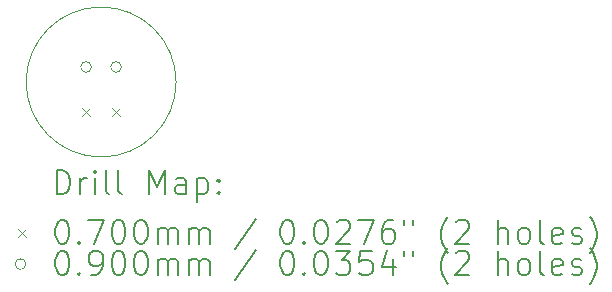
<source format=gbr>
%TF.GenerationSoftware,KiCad,Pcbnew,9.0.0*%
%TF.CreationDate,2025-03-07T15:22:27-06:00*%
%TF.ProjectId,robo-roach-v1.0,726f626f-2d72-46f6-9163-682d76312e30,rev?*%
%TF.SameCoordinates,Original*%
%TF.FileFunction,Drillmap*%
%TF.FilePolarity,Positive*%
%FSLAX45Y45*%
G04 Gerber Fmt 4.5, Leading zero omitted, Abs format (unit mm)*
G04 Created by KiCad (PCBNEW 9.0.0) date 2025-03-07 15:22:27*
%MOMM*%
%LPD*%
G01*
G04 APERTURE LIST*
%ADD10C,0.050000*%
%ADD11C,0.200000*%
%ADD12C,0.100000*%
G04 APERTURE END LIST*
D10*
X14287000Y-6858000D02*
G75*
G02*
X13017000Y-6858000I-635000J0D01*
G01*
X13017000Y-6858000D02*
G75*
G02*
X14287000Y-6858000I635000J0D01*
G01*
D11*
D12*
X13490000Y-7077000D02*
X13560000Y-7147000D01*
X13560000Y-7077000D02*
X13490000Y-7147000D01*
X13744000Y-7077000D02*
X13814000Y-7147000D01*
X13814000Y-7077000D02*
X13744000Y-7147000D01*
X13570000Y-6731000D02*
G75*
G02*
X13480000Y-6731000I-45000J0D01*
G01*
X13480000Y-6731000D02*
G75*
G02*
X13570000Y-6731000I45000J0D01*
G01*
X13824000Y-6731000D02*
G75*
G02*
X13734000Y-6731000I-45000J0D01*
G01*
X13734000Y-6731000D02*
G75*
G02*
X13824000Y-6731000I45000J0D01*
G01*
D11*
X13275277Y-7806984D02*
X13275277Y-7606984D01*
X13275277Y-7606984D02*
X13322896Y-7606984D01*
X13322896Y-7606984D02*
X13351467Y-7616508D01*
X13351467Y-7616508D02*
X13370515Y-7635555D01*
X13370515Y-7635555D02*
X13380039Y-7654603D01*
X13380039Y-7654603D02*
X13389562Y-7692698D01*
X13389562Y-7692698D02*
X13389562Y-7721269D01*
X13389562Y-7721269D02*
X13380039Y-7759365D01*
X13380039Y-7759365D02*
X13370515Y-7778412D01*
X13370515Y-7778412D02*
X13351467Y-7797460D01*
X13351467Y-7797460D02*
X13322896Y-7806984D01*
X13322896Y-7806984D02*
X13275277Y-7806984D01*
X13475277Y-7806984D02*
X13475277Y-7673650D01*
X13475277Y-7711746D02*
X13484801Y-7692698D01*
X13484801Y-7692698D02*
X13494324Y-7683174D01*
X13494324Y-7683174D02*
X13513372Y-7673650D01*
X13513372Y-7673650D02*
X13532420Y-7673650D01*
X13599086Y-7806984D02*
X13599086Y-7673650D01*
X13599086Y-7606984D02*
X13589562Y-7616508D01*
X13589562Y-7616508D02*
X13599086Y-7626031D01*
X13599086Y-7626031D02*
X13608610Y-7616508D01*
X13608610Y-7616508D02*
X13599086Y-7606984D01*
X13599086Y-7606984D02*
X13599086Y-7626031D01*
X13722896Y-7806984D02*
X13703848Y-7797460D01*
X13703848Y-7797460D02*
X13694324Y-7778412D01*
X13694324Y-7778412D02*
X13694324Y-7606984D01*
X13827658Y-7806984D02*
X13808610Y-7797460D01*
X13808610Y-7797460D02*
X13799086Y-7778412D01*
X13799086Y-7778412D02*
X13799086Y-7606984D01*
X14056229Y-7806984D02*
X14056229Y-7606984D01*
X14056229Y-7606984D02*
X14122896Y-7749841D01*
X14122896Y-7749841D02*
X14189562Y-7606984D01*
X14189562Y-7606984D02*
X14189562Y-7806984D01*
X14370515Y-7806984D02*
X14370515Y-7702222D01*
X14370515Y-7702222D02*
X14360991Y-7683174D01*
X14360991Y-7683174D02*
X14341943Y-7673650D01*
X14341943Y-7673650D02*
X14303848Y-7673650D01*
X14303848Y-7673650D02*
X14284801Y-7683174D01*
X14370515Y-7797460D02*
X14351467Y-7806984D01*
X14351467Y-7806984D02*
X14303848Y-7806984D01*
X14303848Y-7806984D02*
X14284801Y-7797460D01*
X14284801Y-7797460D02*
X14275277Y-7778412D01*
X14275277Y-7778412D02*
X14275277Y-7759365D01*
X14275277Y-7759365D02*
X14284801Y-7740317D01*
X14284801Y-7740317D02*
X14303848Y-7730793D01*
X14303848Y-7730793D02*
X14351467Y-7730793D01*
X14351467Y-7730793D02*
X14370515Y-7721269D01*
X14465753Y-7673650D02*
X14465753Y-7873650D01*
X14465753Y-7683174D02*
X14484801Y-7673650D01*
X14484801Y-7673650D02*
X14522896Y-7673650D01*
X14522896Y-7673650D02*
X14541943Y-7683174D01*
X14541943Y-7683174D02*
X14551467Y-7692698D01*
X14551467Y-7692698D02*
X14560991Y-7711746D01*
X14560991Y-7711746D02*
X14560991Y-7768888D01*
X14560991Y-7768888D02*
X14551467Y-7787936D01*
X14551467Y-7787936D02*
X14541943Y-7797460D01*
X14541943Y-7797460D02*
X14522896Y-7806984D01*
X14522896Y-7806984D02*
X14484801Y-7806984D01*
X14484801Y-7806984D02*
X14465753Y-7797460D01*
X14646705Y-7787936D02*
X14656229Y-7797460D01*
X14656229Y-7797460D02*
X14646705Y-7806984D01*
X14646705Y-7806984D02*
X14637182Y-7797460D01*
X14637182Y-7797460D02*
X14646705Y-7787936D01*
X14646705Y-7787936D02*
X14646705Y-7806984D01*
X14646705Y-7683174D02*
X14656229Y-7692698D01*
X14656229Y-7692698D02*
X14646705Y-7702222D01*
X14646705Y-7702222D02*
X14637182Y-7692698D01*
X14637182Y-7692698D02*
X14646705Y-7683174D01*
X14646705Y-7683174D02*
X14646705Y-7702222D01*
D12*
X12944500Y-8100500D02*
X13014500Y-8170500D01*
X13014500Y-8100500D02*
X12944500Y-8170500D01*
D11*
X13313372Y-8026984D02*
X13332420Y-8026984D01*
X13332420Y-8026984D02*
X13351467Y-8036508D01*
X13351467Y-8036508D02*
X13360991Y-8046031D01*
X13360991Y-8046031D02*
X13370515Y-8065079D01*
X13370515Y-8065079D02*
X13380039Y-8103174D01*
X13380039Y-8103174D02*
X13380039Y-8150793D01*
X13380039Y-8150793D02*
X13370515Y-8188888D01*
X13370515Y-8188888D02*
X13360991Y-8207936D01*
X13360991Y-8207936D02*
X13351467Y-8217460D01*
X13351467Y-8217460D02*
X13332420Y-8226984D01*
X13332420Y-8226984D02*
X13313372Y-8226984D01*
X13313372Y-8226984D02*
X13294324Y-8217460D01*
X13294324Y-8217460D02*
X13284801Y-8207936D01*
X13284801Y-8207936D02*
X13275277Y-8188888D01*
X13275277Y-8188888D02*
X13265753Y-8150793D01*
X13265753Y-8150793D02*
X13265753Y-8103174D01*
X13265753Y-8103174D02*
X13275277Y-8065079D01*
X13275277Y-8065079D02*
X13284801Y-8046031D01*
X13284801Y-8046031D02*
X13294324Y-8036508D01*
X13294324Y-8036508D02*
X13313372Y-8026984D01*
X13465753Y-8207936D02*
X13475277Y-8217460D01*
X13475277Y-8217460D02*
X13465753Y-8226984D01*
X13465753Y-8226984D02*
X13456229Y-8217460D01*
X13456229Y-8217460D02*
X13465753Y-8207936D01*
X13465753Y-8207936D02*
X13465753Y-8226984D01*
X13541943Y-8026984D02*
X13675277Y-8026984D01*
X13675277Y-8026984D02*
X13589562Y-8226984D01*
X13789562Y-8026984D02*
X13808610Y-8026984D01*
X13808610Y-8026984D02*
X13827658Y-8036508D01*
X13827658Y-8036508D02*
X13837182Y-8046031D01*
X13837182Y-8046031D02*
X13846705Y-8065079D01*
X13846705Y-8065079D02*
X13856229Y-8103174D01*
X13856229Y-8103174D02*
X13856229Y-8150793D01*
X13856229Y-8150793D02*
X13846705Y-8188888D01*
X13846705Y-8188888D02*
X13837182Y-8207936D01*
X13837182Y-8207936D02*
X13827658Y-8217460D01*
X13827658Y-8217460D02*
X13808610Y-8226984D01*
X13808610Y-8226984D02*
X13789562Y-8226984D01*
X13789562Y-8226984D02*
X13770515Y-8217460D01*
X13770515Y-8217460D02*
X13760991Y-8207936D01*
X13760991Y-8207936D02*
X13751467Y-8188888D01*
X13751467Y-8188888D02*
X13741943Y-8150793D01*
X13741943Y-8150793D02*
X13741943Y-8103174D01*
X13741943Y-8103174D02*
X13751467Y-8065079D01*
X13751467Y-8065079D02*
X13760991Y-8046031D01*
X13760991Y-8046031D02*
X13770515Y-8036508D01*
X13770515Y-8036508D02*
X13789562Y-8026984D01*
X13980039Y-8026984D02*
X13999086Y-8026984D01*
X13999086Y-8026984D02*
X14018134Y-8036508D01*
X14018134Y-8036508D02*
X14027658Y-8046031D01*
X14027658Y-8046031D02*
X14037182Y-8065079D01*
X14037182Y-8065079D02*
X14046705Y-8103174D01*
X14046705Y-8103174D02*
X14046705Y-8150793D01*
X14046705Y-8150793D02*
X14037182Y-8188888D01*
X14037182Y-8188888D02*
X14027658Y-8207936D01*
X14027658Y-8207936D02*
X14018134Y-8217460D01*
X14018134Y-8217460D02*
X13999086Y-8226984D01*
X13999086Y-8226984D02*
X13980039Y-8226984D01*
X13980039Y-8226984D02*
X13960991Y-8217460D01*
X13960991Y-8217460D02*
X13951467Y-8207936D01*
X13951467Y-8207936D02*
X13941943Y-8188888D01*
X13941943Y-8188888D02*
X13932420Y-8150793D01*
X13932420Y-8150793D02*
X13932420Y-8103174D01*
X13932420Y-8103174D02*
X13941943Y-8065079D01*
X13941943Y-8065079D02*
X13951467Y-8046031D01*
X13951467Y-8046031D02*
X13960991Y-8036508D01*
X13960991Y-8036508D02*
X13980039Y-8026984D01*
X14132420Y-8226984D02*
X14132420Y-8093650D01*
X14132420Y-8112698D02*
X14141943Y-8103174D01*
X14141943Y-8103174D02*
X14160991Y-8093650D01*
X14160991Y-8093650D02*
X14189563Y-8093650D01*
X14189563Y-8093650D02*
X14208610Y-8103174D01*
X14208610Y-8103174D02*
X14218134Y-8122222D01*
X14218134Y-8122222D02*
X14218134Y-8226984D01*
X14218134Y-8122222D02*
X14227658Y-8103174D01*
X14227658Y-8103174D02*
X14246705Y-8093650D01*
X14246705Y-8093650D02*
X14275277Y-8093650D01*
X14275277Y-8093650D02*
X14294324Y-8103174D01*
X14294324Y-8103174D02*
X14303848Y-8122222D01*
X14303848Y-8122222D02*
X14303848Y-8226984D01*
X14399086Y-8226984D02*
X14399086Y-8093650D01*
X14399086Y-8112698D02*
X14408610Y-8103174D01*
X14408610Y-8103174D02*
X14427658Y-8093650D01*
X14427658Y-8093650D02*
X14456229Y-8093650D01*
X14456229Y-8093650D02*
X14475277Y-8103174D01*
X14475277Y-8103174D02*
X14484801Y-8122222D01*
X14484801Y-8122222D02*
X14484801Y-8226984D01*
X14484801Y-8122222D02*
X14494324Y-8103174D01*
X14494324Y-8103174D02*
X14513372Y-8093650D01*
X14513372Y-8093650D02*
X14541943Y-8093650D01*
X14541943Y-8093650D02*
X14560991Y-8103174D01*
X14560991Y-8103174D02*
X14570515Y-8122222D01*
X14570515Y-8122222D02*
X14570515Y-8226984D01*
X14960991Y-8017460D02*
X14789563Y-8274603D01*
X15218134Y-8026984D02*
X15237182Y-8026984D01*
X15237182Y-8026984D02*
X15256229Y-8036508D01*
X15256229Y-8036508D02*
X15265753Y-8046031D01*
X15265753Y-8046031D02*
X15275277Y-8065079D01*
X15275277Y-8065079D02*
X15284801Y-8103174D01*
X15284801Y-8103174D02*
X15284801Y-8150793D01*
X15284801Y-8150793D02*
X15275277Y-8188888D01*
X15275277Y-8188888D02*
X15265753Y-8207936D01*
X15265753Y-8207936D02*
X15256229Y-8217460D01*
X15256229Y-8217460D02*
X15237182Y-8226984D01*
X15237182Y-8226984D02*
X15218134Y-8226984D01*
X15218134Y-8226984D02*
X15199086Y-8217460D01*
X15199086Y-8217460D02*
X15189563Y-8207936D01*
X15189563Y-8207936D02*
X15180039Y-8188888D01*
X15180039Y-8188888D02*
X15170515Y-8150793D01*
X15170515Y-8150793D02*
X15170515Y-8103174D01*
X15170515Y-8103174D02*
X15180039Y-8065079D01*
X15180039Y-8065079D02*
X15189563Y-8046031D01*
X15189563Y-8046031D02*
X15199086Y-8036508D01*
X15199086Y-8036508D02*
X15218134Y-8026984D01*
X15370515Y-8207936D02*
X15380039Y-8217460D01*
X15380039Y-8217460D02*
X15370515Y-8226984D01*
X15370515Y-8226984D02*
X15360991Y-8217460D01*
X15360991Y-8217460D02*
X15370515Y-8207936D01*
X15370515Y-8207936D02*
X15370515Y-8226984D01*
X15503848Y-8026984D02*
X15522896Y-8026984D01*
X15522896Y-8026984D02*
X15541944Y-8036508D01*
X15541944Y-8036508D02*
X15551467Y-8046031D01*
X15551467Y-8046031D02*
X15560991Y-8065079D01*
X15560991Y-8065079D02*
X15570515Y-8103174D01*
X15570515Y-8103174D02*
X15570515Y-8150793D01*
X15570515Y-8150793D02*
X15560991Y-8188888D01*
X15560991Y-8188888D02*
X15551467Y-8207936D01*
X15551467Y-8207936D02*
X15541944Y-8217460D01*
X15541944Y-8217460D02*
X15522896Y-8226984D01*
X15522896Y-8226984D02*
X15503848Y-8226984D01*
X15503848Y-8226984D02*
X15484801Y-8217460D01*
X15484801Y-8217460D02*
X15475277Y-8207936D01*
X15475277Y-8207936D02*
X15465753Y-8188888D01*
X15465753Y-8188888D02*
X15456229Y-8150793D01*
X15456229Y-8150793D02*
X15456229Y-8103174D01*
X15456229Y-8103174D02*
X15465753Y-8065079D01*
X15465753Y-8065079D02*
X15475277Y-8046031D01*
X15475277Y-8046031D02*
X15484801Y-8036508D01*
X15484801Y-8036508D02*
X15503848Y-8026984D01*
X15646706Y-8046031D02*
X15656229Y-8036508D01*
X15656229Y-8036508D02*
X15675277Y-8026984D01*
X15675277Y-8026984D02*
X15722896Y-8026984D01*
X15722896Y-8026984D02*
X15741944Y-8036508D01*
X15741944Y-8036508D02*
X15751467Y-8046031D01*
X15751467Y-8046031D02*
X15760991Y-8065079D01*
X15760991Y-8065079D02*
X15760991Y-8084127D01*
X15760991Y-8084127D02*
X15751467Y-8112698D01*
X15751467Y-8112698D02*
X15637182Y-8226984D01*
X15637182Y-8226984D02*
X15760991Y-8226984D01*
X15827658Y-8026984D02*
X15960991Y-8026984D01*
X15960991Y-8026984D02*
X15875277Y-8226984D01*
X16122896Y-8026984D02*
X16084801Y-8026984D01*
X16084801Y-8026984D02*
X16065753Y-8036508D01*
X16065753Y-8036508D02*
X16056229Y-8046031D01*
X16056229Y-8046031D02*
X16037182Y-8074603D01*
X16037182Y-8074603D02*
X16027658Y-8112698D01*
X16027658Y-8112698D02*
X16027658Y-8188888D01*
X16027658Y-8188888D02*
X16037182Y-8207936D01*
X16037182Y-8207936D02*
X16046706Y-8217460D01*
X16046706Y-8217460D02*
X16065753Y-8226984D01*
X16065753Y-8226984D02*
X16103848Y-8226984D01*
X16103848Y-8226984D02*
X16122896Y-8217460D01*
X16122896Y-8217460D02*
X16132420Y-8207936D01*
X16132420Y-8207936D02*
X16141944Y-8188888D01*
X16141944Y-8188888D02*
X16141944Y-8141269D01*
X16141944Y-8141269D02*
X16132420Y-8122222D01*
X16132420Y-8122222D02*
X16122896Y-8112698D01*
X16122896Y-8112698D02*
X16103848Y-8103174D01*
X16103848Y-8103174D02*
X16065753Y-8103174D01*
X16065753Y-8103174D02*
X16046706Y-8112698D01*
X16046706Y-8112698D02*
X16037182Y-8122222D01*
X16037182Y-8122222D02*
X16027658Y-8141269D01*
X16218134Y-8026984D02*
X16218134Y-8065079D01*
X16294325Y-8026984D02*
X16294325Y-8065079D01*
X16589563Y-8303174D02*
X16580039Y-8293650D01*
X16580039Y-8293650D02*
X16560991Y-8265079D01*
X16560991Y-8265079D02*
X16551468Y-8246031D01*
X16551468Y-8246031D02*
X16541944Y-8217460D01*
X16541944Y-8217460D02*
X16532420Y-8169841D01*
X16532420Y-8169841D02*
X16532420Y-8131746D01*
X16532420Y-8131746D02*
X16541944Y-8084127D01*
X16541944Y-8084127D02*
X16551468Y-8055555D01*
X16551468Y-8055555D02*
X16560991Y-8036508D01*
X16560991Y-8036508D02*
X16580039Y-8007936D01*
X16580039Y-8007936D02*
X16589563Y-7998412D01*
X16656229Y-8046031D02*
X16665753Y-8036508D01*
X16665753Y-8036508D02*
X16684801Y-8026984D01*
X16684801Y-8026984D02*
X16732420Y-8026984D01*
X16732420Y-8026984D02*
X16751468Y-8036508D01*
X16751468Y-8036508D02*
X16760991Y-8046031D01*
X16760991Y-8046031D02*
X16770515Y-8065079D01*
X16770515Y-8065079D02*
X16770515Y-8084127D01*
X16770515Y-8084127D02*
X16760991Y-8112698D01*
X16760991Y-8112698D02*
X16646706Y-8226984D01*
X16646706Y-8226984D02*
X16770515Y-8226984D01*
X17008611Y-8226984D02*
X17008611Y-8026984D01*
X17094325Y-8226984D02*
X17094325Y-8122222D01*
X17094325Y-8122222D02*
X17084801Y-8103174D01*
X17084801Y-8103174D02*
X17065753Y-8093650D01*
X17065753Y-8093650D02*
X17037182Y-8093650D01*
X17037182Y-8093650D02*
X17018134Y-8103174D01*
X17018134Y-8103174D02*
X17008611Y-8112698D01*
X17218134Y-8226984D02*
X17199087Y-8217460D01*
X17199087Y-8217460D02*
X17189563Y-8207936D01*
X17189563Y-8207936D02*
X17180039Y-8188888D01*
X17180039Y-8188888D02*
X17180039Y-8131746D01*
X17180039Y-8131746D02*
X17189563Y-8112698D01*
X17189563Y-8112698D02*
X17199087Y-8103174D01*
X17199087Y-8103174D02*
X17218134Y-8093650D01*
X17218134Y-8093650D02*
X17246706Y-8093650D01*
X17246706Y-8093650D02*
X17265753Y-8103174D01*
X17265753Y-8103174D02*
X17275277Y-8112698D01*
X17275277Y-8112698D02*
X17284801Y-8131746D01*
X17284801Y-8131746D02*
X17284801Y-8188888D01*
X17284801Y-8188888D02*
X17275277Y-8207936D01*
X17275277Y-8207936D02*
X17265753Y-8217460D01*
X17265753Y-8217460D02*
X17246706Y-8226984D01*
X17246706Y-8226984D02*
X17218134Y-8226984D01*
X17399087Y-8226984D02*
X17380039Y-8217460D01*
X17380039Y-8217460D02*
X17370515Y-8198412D01*
X17370515Y-8198412D02*
X17370515Y-8026984D01*
X17551468Y-8217460D02*
X17532420Y-8226984D01*
X17532420Y-8226984D02*
X17494325Y-8226984D01*
X17494325Y-8226984D02*
X17475277Y-8217460D01*
X17475277Y-8217460D02*
X17465753Y-8198412D01*
X17465753Y-8198412D02*
X17465753Y-8122222D01*
X17465753Y-8122222D02*
X17475277Y-8103174D01*
X17475277Y-8103174D02*
X17494325Y-8093650D01*
X17494325Y-8093650D02*
X17532420Y-8093650D01*
X17532420Y-8093650D02*
X17551468Y-8103174D01*
X17551468Y-8103174D02*
X17560992Y-8122222D01*
X17560992Y-8122222D02*
X17560992Y-8141269D01*
X17560992Y-8141269D02*
X17465753Y-8160317D01*
X17637182Y-8217460D02*
X17656230Y-8226984D01*
X17656230Y-8226984D02*
X17694325Y-8226984D01*
X17694325Y-8226984D02*
X17713373Y-8217460D01*
X17713373Y-8217460D02*
X17722896Y-8198412D01*
X17722896Y-8198412D02*
X17722896Y-8188888D01*
X17722896Y-8188888D02*
X17713373Y-8169841D01*
X17713373Y-8169841D02*
X17694325Y-8160317D01*
X17694325Y-8160317D02*
X17665753Y-8160317D01*
X17665753Y-8160317D02*
X17646706Y-8150793D01*
X17646706Y-8150793D02*
X17637182Y-8131746D01*
X17637182Y-8131746D02*
X17637182Y-8122222D01*
X17637182Y-8122222D02*
X17646706Y-8103174D01*
X17646706Y-8103174D02*
X17665753Y-8093650D01*
X17665753Y-8093650D02*
X17694325Y-8093650D01*
X17694325Y-8093650D02*
X17713373Y-8103174D01*
X17789563Y-8303174D02*
X17799087Y-8293650D01*
X17799087Y-8293650D02*
X17818134Y-8265079D01*
X17818134Y-8265079D02*
X17827658Y-8246031D01*
X17827658Y-8246031D02*
X17837182Y-8217460D01*
X17837182Y-8217460D02*
X17846706Y-8169841D01*
X17846706Y-8169841D02*
X17846706Y-8131746D01*
X17846706Y-8131746D02*
X17837182Y-8084127D01*
X17837182Y-8084127D02*
X17827658Y-8055555D01*
X17827658Y-8055555D02*
X17818134Y-8036508D01*
X17818134Y-8036508D02*
X17799087Y-8007936D01*
X17799087Y-8007936D02*
X17789563Y-7998412D01*
D12*
X13014500Y-8399500D02*
G75*
G02*
X12924500Y-8399500I-45000J0D01*
G01*
X12924500Y-8399500D02*
G75*
G02*
X13014500Y-8399500I45000J0D01*
G01*
D11*
X13313372Y-8290984D02*
X13332420Y-8290984D01*
X13332420Y-8290984D02*
X13351467Y-8300508D01*
X13351467Y-8300508D02*
X13360991Y-8310031D01*
X13360991Y-8310031D02*
X13370515Y-8329079D01*
X13370515Y-8329079D02*
X13380039Y-8367174D01*
X13380039Y-8367174D02*
X13380039Y-8414793D01*
X13380039Y-8414793D02*
X13370515Y-8452889D01*
X13370515Y-8452889D02*
X13360991Y-8471936D01*
X13360991Y-8471936D02*
X13351467Y-8481460D01*
X13351467Y-8481460D02*
X13332420Y-8490984D01*
X13332420Y-8490984D02*
X13313372Y-8490984D01*
X13313372Y-8490984D02*
X13294324Y-8481460D01*
X13294324Y-8481460D02*
X13284801Y-8471936D01*
X13284801Y-8471936D02*
X13275277Y-8452889D01*
X13275277Y-8452889D02*
X13265753Y-8414793D01*
X13265753Y-8414793D02*
X13265753Y-8367174D01*
X13265753Y-8367174D02*
X13275277Y-8329079D01*
X13275277Y-8329079D02*
X13284801Y-8310031D01*
X13284801Y-8310031D02*
X13294324Y-8300508D01*
X13294324Y-8300508D02*
X13313372Y-8290984D01*
X13465753Y-8471936D02*
X13475277Y-8481460D01*
X13475277Y-8481460D02*
X13465753Y-8490984D01*
X13465753Y-8490984D02*
X13456229Y-8481460D01*
X13456229Y-8481460D02*
X13465753Y-8471936D01*
X13465753Y-8471936D02*
X13465753Y-8490984D01*
X13570515Y-8490984D02*
X13608610Y-8490984D01*
X13608610Y-8490984D02*
X13627658Y-8481460D01*
X13627658Y-8481460D02*
X13637182Y-8471936D01*
X13637182Y-8471936D02*
X13656229Y-8443365D01*
X13656229Y-8443365D02*
X13665753Y-8405270D01*
X13665753Y-8405270D02*
X13665753Y-8329079D01*
X13665753Y-8329079D02*
X13656229Y-8310031D01*
X13656229Y-8310031D02*
X13646705Y-8300508D01*
X13646705Y-8300508D02*
X13627658Y-8290984D01*
X13627658Y-8290984D02*
X13589562Y-8290984D01*
X13589562Y-8290984D02*
X13570515Y-8300508D01*
X13570515Y-8300508D02*
X13560991Y-8310031D01*
X13560991Y-8310031D02*
X13551467Y-8329079D01*
X13551467Y-8329079D02*
X13551467Y-8376698D01*
X13551467Y-8376698D02*
X13560991Y-8395746D01*
X13560991Y-8395746D02*
X13570515Y-8405270D01*
X13570515Y-8405270D02*
X13589562Y-8414793D01*
X13589562Y-8414793D02*
X13627658Y-8414793D01*
X13627658Y-8414793D02*
X13646705Y-8405270D01*
X13646705Y-8405270D02*
X13656229Y-8395746D01*
X13656229Y-8395746D02*
X13665753Y-8376698D01*
X13789562Y-8290984D02*
X13808610Y-8290984D01*
X13808610Y-8290984D02*
X13827658Y-8300508D01*
X13827658Y-8300508D02*
X13837182Y-8310031D01*
X13837182Y-8310031D02*
X13846705Y-8329079D01*
X13846705Y-8329079D02*
X13856229Y-8367174D01*
X13856229Y-8367174D02*
X13856229Y-8414793D01*
X13856229Y-8414793D02*
X13846705Y-8452889D01*
X13846705Y-8452889D02*
X13837182Y-8471936D01*
X13837182Y-8471936D02*
X13827658Y-8481460D01*
X13827658Y-8481460D02*
X13808610Y-8490984D01*
X13808610Y-8490984D02*
X13789562Y-8490984D01*
X13789562Y-8490984D02*
X13770515Y-8481460D01*
X13770515Y-8481460D02*
X13760991Y-8471936D01*
X13760991Y-8471936D02*
X13751467Y-8452889D01*
X13751467Y-8452889D02*
X13741943Y-8414793D01*
X13741943Y-8414793D02*
X13741943Y-8367174D01*
X13741943Y-8367174D02*
X13751467Y-8329079D01*
X13751467Y-8329079D02*
X13760991Y-8310031D01*
X13760991Y-8310031D02*
X13770515Y-8300508D01*
X13770515Y-8300508D02*
X13789562Y-8290984D01*
X13980039Y-8290984D02*
X13999086Y-8290984D01*
X13999086Y-8290984D02*
X14018134Y-8300508D01*
X14018134Y-8300508D02*
X14027658Y-8310031D01*
X14027658Y-8310031D02*
X14037182Y-8329079D01*
X14037182Y-8329079D02*
X14046705Y-8367174D01*
X14046705Y-8367174D02*
X14046705Y-8414793D01*
X14046705Y-8414793D02*
X14037182Y-8452889D01*
X14037182Y-8452889D02*
X14027658Y-8471936D01*
X14027658Y-8471936D02*
X14018134Y-8481460D01*
X14018134Y-8481460D02*
X13999086Y-8490984D01*
X13999086Y-8490984D02*
X13980039Y-8490984D01*
X13980039Y-8490984D02*
X13960991Y-8481460D01*
X13960991Y-8481460D02*
X13951467Y-8471936D01*
X13951467Y-8471936D02*
X13941943Y-8452889D01*
X13941943Y-8452889D02*
X13932420Y-8414793D01*
X13932420Y-8414793D02*
X13932420Y-8367174D01*
X13932420Y-8367174D02*
X13941943Y-8329079D01*
X13941943Y-8329079D02*
X13951467Y-8310031D01*
X13951467Y-8310031D02*
X13960991Y-8300508D01*
X13960991Y-8300508D02*
X13980039Y-8290984D01*
X14132420Y-8490984D02*
X14132420Y-8357650D01*
X14132420Y-8376698D02*
X14141943Y-8367174D01*
X14141943Y-8367174D02*
X14160991Y-8357650D01*
X14160991Y-8357650D02*
X14189563Y-8357650D01*
X14189563Y-8357650D02*
X14208610Y-8367174D01*
X14208610Y-8367174D02*
X14218134Y-8386222D01*
X14218134Y-8386222D02*
X14218134Y-8490984D01*
X14218134Y-8386222D02*
X14227658Y-8367174D01*
X14227658Y-8367174D02*
X14246705Y-8357650D01*
X14246705Y-8357650D02*
X14275277Y-8357650D01*
X14275277Y-8357650D02*
X14294324Y-8367174D01*
X14294324Y-8367174D02*
X14303848Y-8386222D01*
X14303848Y-8386222D02*
X14303848Y-8490984D01*
X14399086Y-8490984D02*
X14399086Y-8357650D01*
X14399086Y-8376698D02*
X14408610Y-8367174D01*
X14408610Y-8367174D02*
X14427658Y-8357650D01*
X14427658Y-8357650D02*
X14456229Y-8357650D01*
X14456229Y-8357650D02*
X14475277Y-8367174D01*
X14475277Y-8367174D02*
X14484801Y-8386222D01*
X14484801Y-8386222D02*
X14484801Y-8490984D01*
X14484801Y-8386222D02*
X14494324Y-8367174D01*
X14494324Y-8367174D02*
X14513372Y-8357650D01*
X14513372Y-8357650D02*
X14541943Y-8357650D01*
X14541943Y-8357650D02*
X14560991Y-8367174D01*
X14560991Y-8367174D02*
X14570515Y-8386222D01*
X14570515Y-8386222D02*
X14570515Y-8490984D01*
X14960991Y-8281460D02*
X14789563Y-8538603D01*
X15218134Y-8290984D02*
X15237182Y-8290984D01*
X15237182Y-8290984D02*
X15256229Y-8300508D01*
X15256229Y-8300508D02*
X15265753Y-8310031D01*
X15265753Y-8310031D02*
X15275277Y-8329079D01*
X15275277Y-8329079D02*
X15284801Y-8367174D01*
X15284801Y-8367174D02*
X15284801Y-8414793D01*
X15284801Y-8414793D02*
X15275277Y-8452889D01*
X15275277Y-8452889D02*
X15265753Y-8471936D01*
X15265753Y-8471936D02*
X15256229Y-8481460D01*
X15256229Y-8481460D02*
X15237182Y-8490984D01*
X15237182Y-8490984D02*
X15218134Y-8490984D01*
X15218134Y-8490984D02*
X15199086Y-8481460D01*
X15199086Y-8481460D02*
X15189563Y-8471936D01*
X15189563Y-8471936D02*
X15180039Y-8452889D01*
X15180039Y-8452889D02*
X15170515Y-8414793D01*
X15170515Y-8414793D02*
X15170515Y-8367174D01*
X15170515Y-8367174D02*
X15180039Y-8329079D01*
X15180039Y-8329079D02*
X15189563Y-8310031D01*
X15189563Y-8310031D02*
X15199086Y-8300508D01*
X15199086Y-8300508D02*
X15218134Y-8290984D01*
X15370515Y-8471936D02*
X15380039Y-8481460D01*
X15380039Y-8481460D02*
X15370515Y-8490984D01*
X15370515Y-8490984D02*
X15360991Y-8481460D01*
X15360991Y-8481460D02*
X15370515Y-8471936D01*
X15370515Y-8471936D02*
X15370515Y-8490984D01*
X15503848Y-8290984D02*
X15522896Y-8290984D01*
X15522896Y-8290984D02*
X15541944Y-8300508D01*
X15541944Y-8300508D02*
X15551467Y-8310031D01*
X15551467Y-8310031D02*
X15560991Y-8329079D01*
X15560991Y-8329079D02*
X15570515Y-8367174D01*
X15570515Y-8367174D02*
X15570515Y-8414793D01*
X15570515Y-8414793D02*
X15560991Y-8452889D01*
X15560991Y-8452889D02*
X15551467Y-8471936D01*
X15551467Y-8471936D02*
X15541944Y-8481460D01*
X15541944Y-8481460D02*
X15522896Y-8490984D01*
X15522896Y-8490984D02*
X15503848Y-8490984D01*
X15503848Y-8490984D02*
X15484801Y-8481460D01*
X15484801Y-8481460D02*
X15475277Y-8471936D01*
X15475277Y-8471936D02*
X15465753Y-8452889D01*
X15465753Y-8452889D02*
X15456229Y-8414793D01*
X15456229Y-8414793D02*
X15456229Y-8367174D01*
X15456229Y-8367174D02*
X15465753Y-8329079D01*
X15465753Y-8329079D02*
X15475277Y-8310031D01*
X15475277Y-8310031D02*
X15484801Y-8300508D01*
X15484801Y-8300508D02*
X15503848Y-8290984D01*
X15637182Y-8290984D02*
X15760991Y-8290984D01*
X15760991Y-8290984D02*
X15694325Y-8367174D01*
X15694325Y-8367174D02*
X15722896Y-8367174D01*
X15722896Y-8367174D02*
X15741944Y-8376698D01*
X15741944Y-8376698D02*
X15751467Y-8386222D01*
X15751467Y-8386222D02*
X15760991Y-8405270D01*
X15760991Y-8405270D02*
X15760991Y-8452889D01*
X15760991Y-8452889D02*
X15751467Y-8471936D01*
X15751467Y-8471936D02*
X15741944Y-8481460D01*
X15741944Y-8481460D02*
X15722896Y-8490984D01*
X15722896Y-8490984D02*
X15665753Y-8490984D01*
X15665753Y-8490984D02*
X15646706Y-8481460D01*
X15646706Y-8481460D02*
X15637182Y-8471936D01*
X15941944Y-8290984D02*
X15846706Y-8290984D01*
X15846706Y-8290984D02*
X15837182Y-8386222D01*
X15837182Y-8386222D02*
X15846706Y-8376698D01*
X15846706Y-8376698D02*
X15865753Y-8367174D01*
X15865753Y-8367174D02*
X15913372Y-8367174D01*
X15913372Y-8367174D02*
X15932420Y-8376698D01*
X15932420Y-8376698D02*
X15941944Y-8386222D01*
X15941944Y-8386222D02*
X15951467Y-8405270D01*
X15951467Y-8405270D02*
X15951467Y-8452889D01*
X15951467Y-8452889D02*
X15941944Y-8471936D01*
X15941944Y-8471936D02*
X15932420Y-8481460D01*
X15932420Y-8481460D02*
X15913372Y-8490984D01*
X15913372Y-8490984D02*
X15865753Y-8490984D01*
X15865753Y-8490984D02*
X15846706Y-8481460D01*
X15846706Y-8481460D02*
X15837182Y-8471936D01*
X16122896Y-8357650D02*
X16122896Y-8490984D01*
X16075277Y-8281460D02*
X16027658Y-8424317D01*
X16027658Y-8424317D02*
X16151467Y-8424317D01*
X16218134Y-8290984D02*
X16218134Y-8329079D01*
X16294325Y-8290984D02*
X16294325Y-8329079D01*
X16589563Y-8567174D02*
X16580039Y-8557650D01*
X16580039Y-8557650D02*
X16560991Y-8529079D01*
X16560991Y-8529079D02*
X16551468Y-8510031D01*
X16551468Y-8510031D02*
X16541944Y-8481460D01*
X16541944Y-8481460D02*
X16532420Y-8433841D01*
X16532420Y-8433841D02*
X16532420Y-8395746D01*
X16532420Y-8395746D02*
X16541944Y-8348127D01*
X16541944Y-8348127D02*
X16551468Y-8319555D01*
X16551468Y-8319555D02*
X16560991Y-8300508D01*
X16560991Y-8300508D02*
X16580039Y-8271936D01*
X16580039Y-8271936D02*
X16589563Y-8262412D01*
X16656229Y-8310031D02*
X16665753Y-8300508D01*
X16665753Y-8300508D02*
X16684801Y-8290984D01*
X16684801Y-8290984D02*
X16732420Y-8290984D01*
X16732420Y-8290984D02*
X16751468Y-8300508D01*
X16751468Y-8300508D02*
X16760991Y-8310031D01*
X16760991Y-8310031D02*
X16770515Y-8329079D01*
X16770515Y-8329079D02*
X16770515Y-8348127D01*
X16770515Y-8348127D02*
X16760991Y-8376698D01*
X16760991Y-8376698D02*
X16646706Y-8490984D01*
X16646706Y-8490984D02*
X16770515Y-8490984D01*
X17008611Y-8490984D02*
X17008611Y-8290984D01*
X17094325Y-8490984D02*
X17094325Y-8386222D01*
X17094325Y-8386222D02*
X17084801Y-8367174D01*
X17084801Y-8367174D02*
X17065753Y-8357650D01*
X17065753Y-8357650D02*
X17037182Y-8357650D01*
X17037182Y-8357650D02*
X17018134Y-8367174D01*
X17018134Y-8367174D02*
X17008611Y-8376698D01*
X17218134Y-8490984D02*
X17199087Y-8481460D01*
X17199087Y-8481460D02*
X17189563Y-8471936D01*
X17189563Y-8471936D02*
X17180039Y-8452889D01*
X17180039Y-8452889D02*
X17180039Y-8395746D01*
X17180039Y-8395746D02*
X17189563Y-8376698D01*
X17189563Y-8376698D02*
X17199087Y-8367174D01*
X17199087Y-8367174D02*
X17218134Y-8357650D01*
X17218134Y-8357650D02*
X17246706Y-8357650D01*
X17246706Y-8357650D02*
X17265753Y-8367174D01*
X17265753Y-8367174D02*
X17275277Y-8376698D01*
X17275277Y-8376698D02*
X17284801Y-8395746D01*
X17284801Y-8395746D02*
X17284801Y-8452889D01*
X17284801Y-8452889D02*
X17275277Y-8471936D01*
X17275277Y-8471936D02*
X17265753Y-8481460D01*
X17265753Y-8481460D02*
X17246706Y-8490984D01*
X17246706Y-8490984D02*
X17218134Y-8490984D01*
X17399087Y-8490984D02*
X17380039Y-8481460D01*
X17380039Y-8481460D02*
X17370515Y-8462412D01*
X17370515Y-8462412D02*
X17370515Y-8290984D01*
X17551468Y-8481460D02*
X17532420Y-8490984D01*
X17532420Y-8490984D02*
X17494325Y-8490984D01*
X17494325Y-8490984D02*
X17475277Y-8481460D01*
X17475277Y-8481460D02*
X17465753Y-8462412D01*
X17465753Y-8462412D02*
X17465753Y-8386222D01*
X17465753Y-8386222D02*
X17475277Y-8367174D01*
X17475277Y-8367174D02*
X17494325Y-8357650D01*
X17494325Y-8357650D02*
X17532420Y-8357650D01*
X17532420Y-8357650D02*
X17551468Y-8367174D01*
X17551468Y-8367174D02*
X17560992Y-8386222D01*
X17560992Y-8386222D02*
X17560992Y-8405270D01*
X17560992Y-8405270D02*
X17465753Y-8424317D01*
X17637182Y-8481460D02*
X17656230Y-8490984D01*
X17656230Y-8490984D02*
X17694325Y-8490984D01*
X17694325Y-8490984D02*
X17713373Y-8481460D01*
X17713373Y-8481460D02*
X17722896Y-8462412D01*
X17722896Y-8462412D02*
X17722896Y-8452889D01*
X17722896Y-8452889D02*
X17713373Y-8433841D01*
X17713373Y-8433841D02*
X17694325Y-8424317D01*
X17694325Y-8424317D02*
X17665753Y-8424317D01*
X17665753Y-8424317D02*
X17646706Y-8414793D01*
X17646706Y-8414793D02*
X17637182Y-8395746D01*
X17637182Y-8395746D02*
X17637182Y-8386222D01*
X17637182Y-8386222D02*
X17646706Y-8367174D01*
X17646706Y-8367174D02*
X17665753Y-8357650D01*
X17665753Y-8357650D02*
X17694325Y-8357650D01*
X17694325Y-8357650D02*
X17713373Y-8367174D01*
X17789563Y-8567174D02*
X17799087Y-8557650D01*
X17799087Y-8557650D02*
X17818134Y-8529079D01*
X17818134Y-8529079D02*
X17827658Y-8510031D01*
X17827658Y-8510031D02*
X17837182Y-8481460D01*
X17837182Y-8481460D02*
X17846706Y-8433841D01*
X17846706Y-8433841D02*
X17846706Y-8395746D01*
X17846706Y-8395746D02*
X17837182Y-8348127D01*
X17837182Y-8348127D02*
X17827658Y-8319555D01*
X17827658Y-8319555D02*
X17818134Y-8300508D01*
X17818134Y-8300508D02*
X17799087Y-8271936D01*
X17799087Y-8271936D02*
X17789563Y-8262412D01*
M02*

</source>
